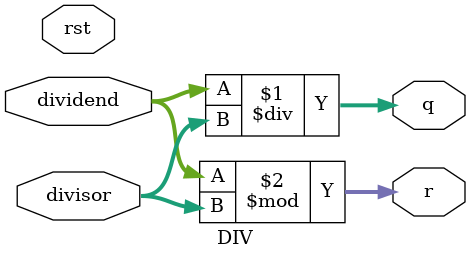
<source format=v>
`timescale 1ns / 1ps
module DIV(
    input rst,
    input [31:0] dividend,
    input [31:0] divisor,
    output [31:0] q,
    output [31:0] r
);
    assign q=$signed(dividend)/$signed(divisor);
    assign r=$signed(dividend)%$signed(divisor);

endmodule

</source>
